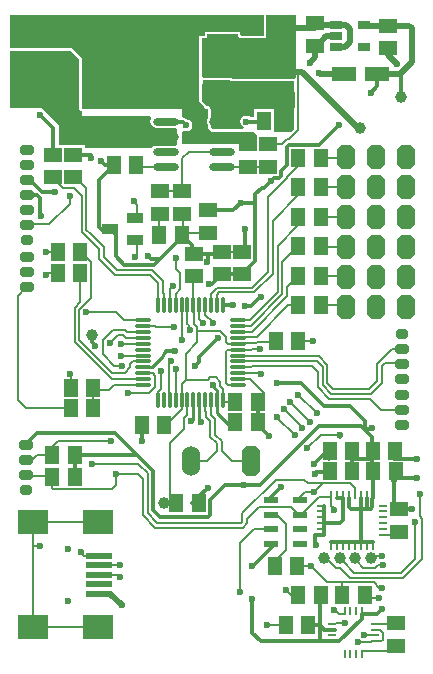
<source format=gtl>
%FSLAX25Y25*%
%MOIN*%
G70*
G01*
G75*
G04 Layer_Physical_Order=1*
G04 Layer_Color=255*
%ADD10R,0.05118X0.02165*%
%ADD11R,0.00984X0.02756*%
%ADD12R,0.02756X0.00984*%
%ADD13R,0.02756X0.01000*%
%ADD14R,0.01000X0.02756*%
%ADD15O,0.01102X0.05906*%
%ADD16O,0.05906X0.01102*%
%ADD17R,0.04331X0.02559*%
%ADD18O,0.08661X0.02362*%
%ADD19C,0.03937*%
%ADD20R,0.05118X0.05906*%
%ADD21R,0.05906X0.05118*%
%ADD22R,0.16535X0.05512*%
%ADD23R,0.09843X0.07874*%
%ADD24R,0.09055X0.01969*%
%ADD25R,0.05512X0.03543*%
%ADD26R,0.05118X0.06299*%
%ADD27R,0.07874X0.07874*%
%ADD28R,0.10630X0.06299*%
%ADD29R,0.07874X0.04724*%
%ADD30R,0.10236X0.08661*%
%ADD31C,0.00800*%
%ADD32C,0.01200*%
%ADD33C,0.01181*%
%ADD34C,0.01969*%
%ADD35C,0.01000*%
%ADD36C,0.00787*%
%ADD37C,0.02000*%
%ADD38O,0.06000X0.10000*%
G04:AMPARAMS|DCode=39|XSize=100mil|YSize=60mil|CornerRadius=0mil|HoleSize=0mil|Usage=FLASHONLY|Rotation=270.000|XOffset=0mil|YOffset=0mil|HoleType=Round|Shape=Octagon|*
%AMOCTAGOND39*
4,1,8,-0.01500,-0.05000,0.01500,-0.05000,0.03000,-0.03500,0.03000,0.03500,0.01500,0.05000,-0.01500,0.05000,-0.03000,0.03500,-0.03000,-0.03500,-0.01500,-0.05000,0.0*
%
%ADD39OCTAGOND39*%

G04:AMPARAMS|DCode=40|XSize=80mil|YSize=60mil|CornerRadius=0mil|HoleSize=0mil|Usage=FLASHONLY|Rotation=0.000|XOffset=0mil|YOffset=0mil|HoleType=Round|Shape=Octagon|*
%AMOCTAGOND40*
4,1,8,0.04000,-0.01500,0.04000,0.01500,0.02500,0.03000,-0.02500,0.03000,-0.04000,0.01500,-0.04000,-0.01500,-0.02500,-0.03000,0.02500,-0.03000,0.04000,-0.01500,0.0*
%
%ADD40OCTAGOND40*%

G04:AMPARAMS|DCode=41|XSize=31.5mil|YSize=39.37mil|CornerRadius=0mil|HoleSize=0mil|Usage=FLASHONLY|Rotation=90.000|XOffset=0mil|YOffset=0mil|HoleType=Round|Shape=Octagon|*
%AMOCTAGOND41*
4,1,8,-0.01969,-0.00787,-0.01969,0.00787,-0.01181,0.01575,0.01181,0.01575,0.01969,0.00787,0.01969,-0.00787,0.01181,-0.01575,-0.01181,-0.01575,-0.01969,-0.00787,0.0*
%
%ADD41OCTAGOND41*%

G04:AMPARAMS|DCode=42|XSize=35.43mil|YSize=47.24mil|CornerRadius=0mil|HoleSize=0mil|Usage=FLASHONLY|Rotation=90.000|XOffset=0mil|YOffset=0mil|HoleType=Round|Shape=Octagon|*
%AMOCTAGOND42*
4,1,8,-0.02362,-0.00886,-0.02362,0.00886,-0.01476,0.01772,0.01476,0.01772,0.02362,0.00886,0.02362,-0.00886,0.01476,-0.01772,-0.01476,-0.01772,-0.02362,-0.00886,0.0*
%
%ADD42OCTAGOND42*%

G04:AMPARAMS|DCode=43|XSize=80mil|YSize=60mil|CornerRadius=0mil|HoleSize=0mil|Usage=FLASHONLY|Rotation=90.000|XOffset=0mil|YOffset=0mil|HoleType=Round|Shape=Octagon|*
%AMOCTAGOND43*
4,1,8,0.01500,0.04000,-0.01500,0.04000,-0.03000,0.02500,-0.03000,-0.02500,-0.01500,-0.04000,0.01500,-0.04000,0.03000,-0.02500,0.03000,0.02500,0.01500,0.04000,0.0*
%
%ADD43OCTAGOND43*%

%ADD44C,0.02362*%
G36*
X463866Y376817D02*
X464173Y376756D01*
X485016D01*
Y360836D01*
X483825Y359646D01*
X478150D01*
Y359842D01*
X478150D01*
Y367323D01*
X471457D01*
Y364604D01*
X470517D01*
X470514Y364608D01*
X469863Y365043D01*
X469095Y365196D01*
X468326Y365043D01*
X467675Y364608D01*
X467240Y363957D01*
X467087Y363189D01*
X467240Y362421D01*
X467675Y361770D01*
X468185Y361429D01*
X467948Y360645D01*
X457813D01*
X457102Y361356D01*
Y362022D01*
X457087Y362100D01*
Y362179D01*
X457056Y362252D01*
X457041Y362330D01*
X456997Y362395D01*
X456967Y362468D01*
X456776Y362754D01*
X456685Y363209D01*
X456776Y363664D01*
X456967Y363949D01*
X456997Y364022D01*
X457041Y364088D01*
X457056Y364165D01*
X457087Y364238D01*
Y364317D01*
X457102Y364395D01*
Y367520D01*
X457041Y367827D01*
X456867Y368087D01*
X456606Y368261D01*
X456299Y368322D01*
X456041D01*
X455489Y368875D01*
X455371Y368954D01*
X455292Y369072D01*
X455292Y369072D01*
X454149Y370214D01*
Y374062D01*
X454724Y376953D01*
X463663D01*
X463866Y376817D01*
D02*
G37*
G36*
X413370Y383919D02*
Y367520D01*
X413432Y367213D01*
X413605Y366952D01*
X413866Y366778D01*
X414173Y366717D01*
Y365158D01*
X437042D01*
X437429Y364435D01*
X437122Y363977D01*
X436969Y363209D01*
X437122Y362441D01*
X437557Y361789D01*
X438208Y361354D01*
X438976Y361202D01*
X445276D01*
X445430Y361232D01*
X446063Y360713D01*
Y355704D01*
X445430Y355185D01*
X445276Y355216D01*
X438976D01*
X438208Y355063D01*
X437557Y354628D01*
X437359Y354331D01*
X415158D01*
Y355512D01*
X406693D01*
Y362008D01*
X400984Y367717D01*
X390374D01*
Y386796D01*
X410494D01*
X413370Y383919D01*
D02*
G37*
G36*
X474803Y391811D02*
X474790Y391745D01*
X474724Y391732D01*
X467587D01*
X467514Y391747D01*
X467452Y391788D01*
X466985Y392255D01*
X466944Y392317D01*
X466929Y392390D01*
Y393110D01*
X455118D01*
Y392307D01*
Y391811D01*
X455105Y391745D01*
X455039Y391732D01*
X453346D01*
Y390929D01*
Y378331D01*
Y374062D01*
Y370214D01*
Y369882D01*
X453582Y369647D01*
X454669Y368560D01*
X454703Y368508D01*
X454724Y368487D01*
Y368307D01*
X454904D01*
X454925Y368286D01*
X454977Y368251D01*
X455709Y367520D01*
X456220D01*
X456286Y367507D01*
X456299Y367441D01*
Y364474D01*
Y364395D01*
D01*
X456140Y364156D01*
X456108Y364109D01*
X456108Y364109D01*
X456108Y364109D01*
X456020Y363977D01*
X455989Y363820D01*
X455989Y363820D01*
Y363820D01*
X455989Y363820D01*
X455898Y363365D01*
Y363365D01*
X455867Y363209D01*
X455898Y363052D01*
Y363052D01*
X455989Y362597D01*
X455989Y362597D01*
Y362597D01*
X455989Y362597D01*
X456020Y362441D01*
X456108Y362308D01*
X456108Y362308D01*
X456108Y362308D01*
X456165Y362223D01*
X456299Y362022D01*
X456299Y362022D01*
Y361943D01*
Y361356D01*
Y361024D01*
X456534Y360788D01*
X457245Y360078D01*
X457245Y360078D01*
X457245Y360078D01*
X457480Y359842D01*
X471457D01*
X472441Y358858D01*
Y355709D01*
X447441D01*
Y359824D01*
X448163Y360210D01*
X448248Y360154D01*
X449016Y360001D01*
X449784Y360154D01*
X450435Y360589D01*
X450870Y361240D01*
X451023Y362008D01*
X450870Y362776D01*
X450435Y363427D01*
X449784Y363862D01*
X449016Y364015D01*
X449010Y364014D01*
X448815Y364209D01*
X448356Y364516D01*
X447815Y364623D01*
X447441D01*
Y367520D01*
X414252D01*
X414186Y367533D01*
X414173Y367599D01*
Y383919D01*
Y384252D01*
X410827Y387598D01*
X390374D01*
Y398603D01*
X474803D01*
Y391811D01*
D02*
G37*
G36*
X485433Y377953D02*
X485039Y377559D01*
X464173D01*
Y377756D01*
X454724D01*
D01*
X454724D01*
X454149Y378331D01*
Y390929D01*
X455118D01*
X455425Y390991D01*
X455686Y391165D01*
X455860Y391425D01*
X455921Y391732D01*
Y392307D01*
X466127D01*
X466187Y392004D01*
X466257Y391900D01*
X466361Y391744D01*
X466362Y391744D01*
X466940Y391165D01*
X466940Y391165D01*
X467201Y390991D01*
X467508Y390930D01*
X474803D01*
X475110Y390991D01*
X475371Y391165D01*
X475545Y391425D01*
X475606Y391732D01*
Y398603D01*
X485433D01*
Y377953D01*
D02*
G37*
D10*
X486811Y222342D02*
D03*
Y227264D02*
D03*
Y232185D02*
D03*
Y237106D02*
D03*
X477362Y222342D02*
D03*
Y227264D02*
D03*
Y232185D02*
D03*
Y237106D02*
D03*
D11*
X501772Y200000D02*
D03*
X503740D02*
D03*
X505709D02*
D03*
X507677D02*
D03*
Y185827D02*
D03*
X505709D02*
D03*
X503740D02*
D03*
X501772D02*
D03*
D12*
X511811Y195866D02*
D03*
Y193898D02*
D03*
Y191929D02*
D03*
Y189961D02*
D03*
X497638D02*
D03*
Y191929D02*
D03*
Y193898D02*
D03*
Y195866D02*
D03*
D13*
X493898Y235215D02*
D03*
Y233315D02*
D03*
Y231315D02*
D03*
Y229315D02*
D03*
Y227315D02*
D03*
Y225415D02*
D03*
X514764D02*
D03*
Y227315D02*
D03*
Y229315D02*
D03*
Y231315D02*
D03*
Y233315D02*
D03*
Y235215D02*
D03*
D14*
X497431Y221850D02*
D03*
X499431D02*
D03*
X501331D02*
D03*
X503331D02*
D03*
X505331D02*
D03*
X507331D02*
D03*
X509231D02*
D03*
X511231D02*
D03*
Y238779D02*
D03*
X509231D02*
D03*
X507331D02*
D03*
X505331D02*
D03*
X503331D02*
D03*
X501331D02*
D03*
X499431D02*
D03*
X497431D02*
D03*
D15*
X461221Y270276D02*
D03*
X459252D02*
D03*
X457283D02*
D03*
X455315D02*
D03*
X453346D02*
D03*
X451378D02*
D03*
X449409D02*
D03*
X447441D02*
D03*
X445472D02*
D03*
X443504D02*
D03*
X441535D02*
D03*
X439567D02*
D03*
Y302165D02*
D03*
X441535D02*
D03*
X443504D02*
D03*
X445472D02*
D03*
X447441D02*
D03*
X449409D02*
D03*
X451378D02*
D03*
X453346D02*
D03*
X455315D02*
D03*
X457283D02*
D03*
X459252D02*
D03*
X461221D02*
D03*
D16*
X434449Y275394D02*
D03*
Y277362D02*
D03*
Y279331D02*
D03*
Y281299D02*
D03*
Y283268D02*
D03*
Y285236D02*
D03*
Y287205D02*
D03*
Y289173D02*
D03*
Y291142D02*
D03*
Y293110D02*
D03*
Y295079D02*
D03*
Y297047D02*
D03*
X466339D02*
D03*
Y295079D02*
D03*
Y293110D02*
D03*
Y291142D02*
D03*
Y289173D02*
D03*
Y287205D02*
D03*
Y285236D02*
D03*
Y283268D02*
D03*
Y281299D02*
D03*
Y279331D02*
D03*
Y277362D02*
D03*
Y275394D02*
D03*
D17*
X508268Y395472D02*
D03*
Y387992D02*
D03*
X498819D02*
D03*
Y391732D02*
D03*
Y395472D02*
D03*
D18*
X461024Y348209D02*
D03*
Y353209D02*
D03*
Y358209D02*
D03*
Y363209D02*
D03*
X442126Y348209D02*
D03*
Y353209D02*
D03*
Y358209D02*
D03*
Y363209D02*
D03*
D19*
X417717Y291929D02*
D03*
X441535Y236221D02*
D03*
X520472Y371457D02*
D03*
X406102Y396260D02*
D03*
X510630Y217717D02*
D03*
X494882D02*
D03*
X505381D02*
D03*
X500131D02*
D03*
X506890Y361221D02*
D03*
D20*
X453150Y236024D02*
D03*
X445669D02*
D03*
X486417Y331496D02*
D03*
X493898D02*
D03*
X486417Y321654D02*
D03*
X493898D02*
D03*
X486417Y311811D02*
D03*
X493898D02*
D03*
X486417Y301969D02*
D03*
X493898D02*
D03*
X486417Y341339D02*
D03*
X493898D02*
D03*
X486417Y351181D02*
D03*
X493898D02*
D03*
X404331Y252165D02*
D03*
X411811D02*
D03*
X404331Y244882D02*
D03*
X411811D02*
D03*
X439961Y325590D02*
D03*
X447441D02*
D03*
X417913Y274410D02*
D03*
X410433D02*
D03*
X410433Y267717D02*
D03*
X417913D02*
D03*
X508465Y205512D02*
D03*
X500984D02*
D03*
X478543Y214961D02*
D03*
X486024D02*
D03*
X493898Y205512D02*
D03*
X486417D02*
D03*
X489764Y195276D02*
D03*
X482283D02*
D03*
X504331Y253346D02*
D03*
X496850D02*
D03*
X504331Y246850D02*
D03*
X496850D02*
D03*
X511417D02*
D03*
X518898D02*
D03*
X511221Y253346D02*
D03*
X518701D02*
D03*
X441732Y262205D02*
D03*
X434252D02*
D03*
X478937Y290158D02*
D03*
X486417D02*
D03*
X465354Y269685D02*
D03*
X472835D02*
D03*
X432283Y348622D02*
D03*
X424803D02*
D03*
X478937Y395472D02*
D03*
X471457D02*
D03*
X465354Y262992D02*
D03*
X472835D02*
D03*
X482283Y363583D02*
D03*
X474803D02*
D03*
D21*
X469488Y348228D02*
D03*
Y355709D02*
D03*
X476378D02*
D03*
Y348228D02*
D03*
X411417Y352165D02*
D03*
Y344685D02*
D03*
X404724Y352165D02*
D03*
Y344685D02*
D03*
X518898Y196063D02*
D03*
Y188583D02*
D03*
X520079Y226575D02*
D03*
Y234055D02*
D03*
X456299Y326181D02*
D03*
Y333661D02*
D03*
X447638Y339961D02*
D03*
Y332480D02*
D03*
X440158Y339961D02*
D03*
Y332480D02*
D03*
X451575Y311614D02*
D03*
Y319094D02*
D03*
X516339Y395079D02*
D03*
Y387598D02*
D03*
X491929Y396063D02*
D03*
Y388583D02*
D03*
X461024Y312402D02*
D03*
Y319882D02*
D03*
X467717Y312402D02*
D03*
Y319882D02*
D03*
D22*
X476772Y385039D02*
D03*
Y370472D02*
D03*
D23*
X419488Y194685D02*
D03*
Y229724D02*
D03*
X397835D02*
D03*
Y194685D02*
D03*
D24*
X419882Y205906D02*
D03*
Y209055D02*
D03*
Y212205D02*
D03*
Y215354D02*
D03*
Y218504D02*
D03*
D25*
X423622Y327362D02*
D03*
X431890Y323622D02*
D03*
Y331102D02*
D03*
D26*
X413583Y312692D02*
D03*
X406102D02*
D03*
X413583Y319779D02*
D03*
X406102D02*
D03*
D27*
X442913Y373031D02*
D03*
X459449D02*
D03*
D28*
X430512Y360433D02*
D03*
Y371457D02*
D03*
X419488Y360433D02*
D03*
Y371457D02*
D03*
D29*
X501575Y379134D02*
D03*
X512598D02*
D03*
D30*
X461024Y387992D02*
D03*
X441339D02*
D03*
D31*
X448313Y260898D02*
Y264367D01*
X443504Y256090D02*
X448313Y260898D01*
X443504Y236024D02*
Y256090D01*
X467704Y229921D02*
Y232769D01*
X410236Y335827D02*
Y338976D01*
X403386Y328976D02*
X410236Y335827D01*
X478839Y243904D02*
X488379D01*
X467704Y232769D02*
X478839Y243904D01*
X426378Y292126D02*
X427953D01*
X423622Y289370D02*
X426378Y292126D01*
X427953D02*
X428937Y291142D01*
X421253Y285637D02*
Y290351D01*
X493898Y321654D02*
X494055Y321496D01*
X490551Y214961D02*
X495860Y209652D01*
X425000Y281890D02*
X428346D01*
X421253Y285637D02*
X425000Y281890D01*
X447441Y298701D02*
X447638Y298504D01*
Y290354D02*
Y298504D01*
X453346Y297441D02*
X453937Y296850D01*
X487203Y261614D02*
X487992D01*
X481495Y267322D02*
X487203Y261614D01*
X448313Y264367D02*
X449409Y265464D01*
X447441Y267384D02*
Y270276D01*
X442262Y262205D02*
X447441Y267384D01*
X441732Y262205D02*
X442262D01*
X449409Y265464D02*
Y270276D01*
X455696Y264869D02*
X457074Y263492D01*
X455696Y264869D02*
Y266351D01*
X457283Y265527D02*
X458661Y264149D01*
X457283Y265527D02*
Y270276D01*
X458661Y258858D02*
Y264149D01*
Y258858D02*
X460827Y256693D01*
Y253543D02*
Y256693D01*
X455315Y266732D02*
X455696Y266351D01*
X455315Y266732D02*
Y270276D01*
X457074Y258201D02*
Y263492D01*
Y258201D02*
X459239Y256035D01*
Y253543D02*
Y256035D01*
X455893Y250197D02*
X459239Y253543D01*
X450433Y250197D02*
X455893D01*
X464173D02*
X470433D01*
X460827Y253543D02*
X464173Y250197D01*
X461221Y270276D02*
X461811Y269685D01*
X465354D01*
X479330Y264568D02*
X485236Y258661D01*
X479330Y264568D02*
Y264763D01*
X487598Y261221D02*
X487992Y261614D01*
X493869Y258830D02*
X499438D01*
X489370Y254331D02*
X493869Y258830D01*
X483661Y269882D02*
X490354Y263189D01*
X492520Y265945D02*
X492520D01*
X486417Y272047D02*
X492520Y265945D01*
X486417Y272047D02*
Y272047D01*
X483201Y357309D02*
X486227Y360335D01*
X482543Y357309D02*
X483201D01*
X486227Y360335D02*
Y379915D01*
X480943Y355709D02*
X482543Y357309D01*
X513294Y207874D02*
X514172D01*
X482087Y195472D02*
X482283Y195276D01*
X475984Y195472D02*
X482087D01*
X459271Y307893D02*
X462598D01*
X457283Y305906D02*
X459271Y307893D01*
X457283Y302165D02*
Y305906D01*
X460046Y306306D02*
X461940D01*
X459252Y305512D02*
X460046Y306306D01*
X459252Y302165D02*
Y305512D01*
X461946Y306299D02*
X471654D01*
X461940Y306306D02*
X461946Y306299D01*
X462604Y307887D02*
X470996D01*
X462598Y307893D02*
X462604Y307887D01*
X470996D02*
X476321Y313212D01*
X471654Y306299D02*
X477909Y312554D01*
X455315Y298822D02*
X457874Y296263D01*
Y296063D02*
Y296263D01*
X453346Y297441D02*
Y302165D01*
X455315Y298822D02*
Y302165D01*
X462795Y289173D02*
X466339D01*
X462198Y289770D02*
X462795Y289173D01*
X462198Y289770D02*
Y291543D01*
X462992Y275394D02*
X466339D01*
X462198Y276187D02*
X462992Y275394D01*
X462198Y276187D02*
Y286608D01*
X440590Y274190D02*
Y279960D01*
X439567Y273167D02*
X440590Y274190D01*
X438589Y274674D02*
Y278537D01*
X436638Y272722D02*
X438589Y274674D01*
X429724Y272638D02*
X436553D01*
X439567Y270276D02*
Y273167D01*
X434449Y279331D02*
X437795D01*
X443301Y270479D02*
Y283065D01*
X443779Y283543D01*
X437795Y279331D02*
X438589Y278537D01*
X431102Y283268D02*
X434449D01*
X430309Y282474D02*
X431102Y283268D01*
X430309Y281290D02*
Y282474D01*
X445472Y314204D02*
Y317126D01*
X437684Y313773D02*
X441345Y310113D01*
X425873Y313773D02*
X437684D01*
X437027Y312186D02*
X439757Y309455D01*
X425216Y312186D02*
X437027D01*
X420008Y317394D02*
X425216Y312186D01*
X421595Y318052D02*
X425873Y313773D01*
X432283Y348622D02*
X432697Y348209D01*
X442126D01*
X449862Y353209D02*
X461024D01*
X447644Y350991D02*
X449862Y353209D01*
X447644Y339967D02*
Y350991D01*
X447638Y339961D02*
X447644Y339967D01*
X469488Y348228D02*
X476378D01*
X469468Y348209D02*
X469488Y348228D01*
X461024Y348209D02*
X469468D01*
X491339Y239902D02*
X491732D01*
X521241Y211239D02*
X527565Y217564D01*
X525197Y217440D02*
Y229921D01*
X510630Y218540D02*
X514137D01*
X440158Y339961D02*
X447638D01*
X396063Y328976D02*
X403386D01*
X439961Y332283D02*
X440158Y332480D01*
X439961Y325590D02*
Y332283D01*
X392913Y270472D02*
X395669Y267717D01*
X410433D01*
X473621Y279528D02*
X474015Y279133D01*
X472835Y279528D02*
X473621D01*
X471971Y283458D02*
X471983Y283446D01*
X470268Y283458D02*
X471971D01*
X472638Y279331D02*
X472835Y279528D01*
X466339Y279331D02*
X472638D01*
X462795Y287205D02*
X466339D01*
X462198Y286608D02*
X462795Y287205D01*
X466339Y289173D02*
X466535Y289370D01*
X466339Y291142D02*
X466554Y291357D01*
X466535Y287008D02*
X470472D01*
X466339Y287205D02*
X466535Y287008D01*
X470472D02*
X470866Y287402D01*
X478550Y289770D02*
X478937Y290158D01*
X470866Y287402D02*
X473622D01*
X471313Y281871D02*
X471326Y281858D01*
X471241Y281871D02*
X471313D01*
X466339Y281299D02*
X470669D01*
X471241Y281871D01*
X470078Y285236D02*
X470268Y285046D01*
X466339Y285236D02*
X470078D01*
Y283268D02*
X470268Y283458D01*
X492520D02*
X494488Y281490D01*
X493177Y285046D02*
X496076Y282147D01*
X490939Y281871D02*
X492901Y279909D01*
Y274669D02*
Y279909D01*
Y274669D02*
X496729Y270841D01*
X510261D01*
X514055Y267047D01*
X520866D01*
X515237Y282677D02*
X520866D01*
X514186Y281626D02*
X515237Y282677D01*
X517717Y287402D02*
X520866D01*
X512598Y282283D02*
X517717Y287402D01*
X413583Y303035D02*
Y312692D01*
X411792Y301245D02*
X413583Y303035D01*
Y319779D02*
X413884D01*
X413379Y300587D02*
X417329Y304537D01*
X421253Y290351D02*
X424615Y293713D01*
X428346Y281889D02*
X428346Y281890D01*
X427165Y288976D02*
X434251D01*
X428539Y279521D02*
X430309Y281290D01*
X427558Y281889D02*
X428346D01*
X428937Y291142D02*
X434449D01*
X424615Y293713D02*
X428610D01*
X429213Y293110D01*
X434449D01*
X427362Y285236D02*
X434449D01*
X413779Y219685D02*
X414961Y218504D01*
X419882D01*
X423621Y289370D02*
X423622D01*
X417717Y273819D02*
X417913Y273622D01*
Y267717D02*
Y273622D01*
X417717Y273819D02*
X423425D01*
X425000Y275394D01*
X434449D01*
X486614Y237795D02*
X488721Y239902D01*
X486614Y237008D02*
Y237795D01*
X484055Y234646D02*
X486614Y232087D01*
X469291Y229264D02*
Y230709D01*
X479331Y232087D02*
X482283Y229134D01*
Y220472D02*
Y229134D01*
X478346Y232087D02*
X479331D01*
X478543Y216732D02*
X482283Y220472D01*
X478543Y214961D02*
Y216732D01*
X450787Y311614D02*
X451378Y311024D01*
Y302165D02*
Y311024D01*
X427165Y288976D02*
Y289765D01*
X434251Y288976D02*
X434449Y289173D01*
X428150Y297047D02*
X434449D01*
X425591Y299606D02*
X428150Y297047D01*
X415748Y299606D02*
X425591D01*
X445472Y270276D02*
X445669Y270472D01*
Y280709D01*
X443301Y270479D02*
X443504Y270276D01*
X514186Y276114D02*
Y281626D01*
X510500Y272428D02*
X514186Y276114D01*
X497387Y272428D02*
X510500D01*
X494488Y275327D02*
Y281490D01*
Y275327D02*
X497387Y272428D01*
X512598Y276772D02*
Y282283D01*
X509842Y274016D02*
X512598Y276772D01*
X498044Y274016D02*
X509842D01*
X496076Y275984D02*
X498044Y274016D01*
X496076Y275984D02*
Y282147D01*
X466339Y283268D02*
X470078D01*
X501732Y301969D02*
X502205Y301496D01*
X493898Y301969D02*
X501732D01*
X501890Y311811D02*
X502205Y311496D01*
X493898Y311811D02*
X501890D01*
X494055Y321496D02*
X502205D01*
X493898Y331496D02*
X502205D01*
X502047Y341339D02*
X502205Y341496D01*
X493898Y341339D02*
X502047D01*
X501890Y351181D02*
X502205Y351496D01*
X493898Y351181D02*
X501890D01*
X419882Y212205D02*
X425984D01*
X426772Y211417D01*
X419882Y215354D02*
X419882Y215354D01*
X426772D01*
X448819Y277165D02*
Y285827D01*
X447441Y270276D02*
Y275787D01*
X448819Y277165D01*
X483070Y301969D02*
X486417D01*
X411792Y289699D02*
X424128Y277362D01*
X413379Y290356D02*
X424215Y279521D01*
X413379Y290356D02*
Y300587D01*
X424215Y279521D02*
X428539D01*
X411792Y289699D02*
Y301245D01*
X424128Y277362D02*
X434449D01*
X413884Y319779D02*
X417329Y316334D01*
Y304537D02*
Y316334D01*
X421595Y318052D02*
Y321319D01*
X419291Y323622D02*
X421595Y321319D01*
X420008Y317394D02*
Y320661D01*
X417329Y323339D02*
X420008Y320661D01*
X417329Y323339D02*
Y323420D01*
X416634Y324116D02*
X417329Y323420D01*
X416553Y324116D02*
X416634D01*
X414161Y326508D02*
X416553Y324116D01*
X417210Y325703D02*
X417291D01*
X415748Y327165D02*
X417210Y325703D01*
X419291Y323622D02*
Y323703D01*
X417291Y325703D02*
X419291Y323703D01*
X441535Y302165D02*
Y305905D01*
X441345Y306095D02*
X441535Y305905D01*
X441345Y306095D02*
Y310113D01*
X439567Y302165D02*
Y305905D01*
X439757Y306095D01*
Y309455D01*
X414161Y326508D02*
Y338402D01*
X411624Y340939D02*
X414161Y338402D01*
X404724Y344187D02*
X407973Y340939D01*
X411624D01*
X404724Y344187D02*
Y344685D01*
X415748Y327165D02*
Y340945D01*
X412008Y344685D02*
X415748Y340945D01*
X411417Y344685D02*
X412008D01*
X432677Y318898D02*
Y323031D01*
X431890Y318110D02*
X432677Y318898D01*
Y330512D02*
Y335433D01*
X431496Y336614D02*
X432677Y335433D01*
X482671Y304991D02*
Y308065D01*
X486417Y311811D01*
X481083Y305648D02*
Y316320D01*
X486417Y321654D01*
X479496Y306306D02*
Y321923D01*
X486417Y328845D01*
Y331496D01*
X477909Y312554D02*
Y330178D01*
X486417Y338687D01*
Y341339D01*
X461221Y270276D02*
Y274009D01*
X460267Y274962D02*
X461221Y274009D01*
X448819Y277165D02*
X456099D01*
X456892Y277958D01*
X458854D01*
X460267Y276546D01*
Y274962D02*
Y276546D01*
X513631Y225415D02*
X518919D01*
X520079Y226575D01*
X432941Y249213D02*
X436221Y245933D01*
Y239176D02*
Y245933D01*
X436213Y239169D02*
X436221Y239176D01*
X434626Y232027D02*
Y239827D01*
X434633Y239834D01*
X436213Y232684D02*
Y239169D01*
X438738Y227915D02*
X467943D01*
X436213Y232684D02*
X439395Y229502D01*
X467943Y227915D02*
X469291Y229264D01*
X434626Y232027D02*
X438738Y227915D01*
X439395Y229502D02*
X467285D01*
X467704Y229921D01*
X424209Y249206D02*
X424216Y249213D01*
X432941D01*
X417717D02*
X417723Y249206D01*
X424209D01*
X445668Y318110D02*
X445670D01*
X446063Y317717D01*
X445472Y317126D02*
X446063Y317717D01*
X498424Y200786D02*
X498425Y200787D01*
X498424Y200393D02*
Y200786D01*
X497431Y235215D02*
X498099Y234546D01*
X498524Y195866D02*
X498819Y196161D01*
X500098Y199114D02*
X501772D01*
X498819Y196161D02*
X501869D01*
X501967Y196063D01*
X488721Y239902D02*
X491339D01*
X451378Y302165D02*
X451569Y301975D01*
X447441Y298701D02*
Y301575D01*
X448819Y285827D02*
X452756Y289764D01*
Y293307D01*
X458461D02*
X458467Y293313D01*
X452756Y293307D02*
X458461D01*
X460429Y293313D02*
X462198Y291543D01*
X458467Y293313D02*
X460429D01*
X445668Y317716D02*
Y318110D01*
X397835Y194685D02*
X419488D01*
X397835Y229724D02*
X419488D01*
X397835Y221654D02*
X400394D01*
X397835Y194685D02*
Y221654D01*
Y229724D01*
X483858Y205512D02*
X486417D01*
X482283Y207087D02*
X483858Y205512D01*
X486024Y214961D02*
X490551D01*
X466929Y206299D02*
Y222638D01*
X429809Y272722D02*
X429921Y272835D01*
X410433Y274410D02*
Y278937D01*
X410236Y279134D02*
X410433Y278937D01*
X466339Y277362D02*
X470276D01*
X475000Y272638D01*
X486417Y290158D02*
X491339D01*
X461024Y319882D02*
X467717D01*
X448032Y326181D02*
X454331D01*
X448032D02*
Y332087D01*
X447638Y332480D02*
X448032Y332087D01*
X527565Y217564D02*
Y230902D01*
X526772Y231696D02*
X527565Y230902D01*
X526772Y231696D02*
Y233265D01*
X526778Y233271D01*
X526772Y238976D02*
X526778Y238970D01*
Y233271D02*
Y238970D01*
X425591Y245669D02*
X433071D01*
X434633Y244107D01*
Y239834D02*
Y244107D01*
X508463Y191929D02*
X510925D01*
X507677Y186713D02*
X520472D01*
X508267Y192126D02*
X508463Y191929D01*
X510925Y195866D02*
X518504D01*
X518504Y195866D01*
X519291D01*
X509646Y204331D02*
X513386D01*
X508465Y205512D02*
X509646Y204331D01*
X500984Y205512D02*
Y209652D01*
X486417Y348530D02*
Y351181D01*
X476378Y355709D02*
X480943D01*
X486221Y379921D02*
X486227Y379915D01*
X482506Y344354D02*
Y344618D01*
X486417Y348530D01*
X476321Y313212D02*
Y338170D01*
X482506Y344354D01*
X451569Y295869D02*
Y301975D01*
X449409Y295866D02*
Y300295D01*
Y295866D02*
X449981Y295294D01*
Y294113D02*
Y295294D01*
Y294113D02*
X450394Y293701D01*
X450387D02*
X450394D01*
X451569Y295869D02*
X452756Y294682D01*
Y293307D02*
Y294682D01*
X466339Y297047D02*
X470238D01*
X479496Y306306D01*
X466339Y295079D02*
X470514D01*
X481083Y305648D01*
X466339Y293110D02*
X470791D01*
X482671Y304991D01*
X466554Y291357D02*
X472459D01*
X483070Y301969D01*
X466535Y289370D02*
X472241D01*
X472641Y289770D01*
X478550D01*
X470268Y285046D02*
X472628D01*
X472641Y285033D01*
X474603D01*
X474616Y285046D01*
X493177D01*
X471983Y283446D02*
X475261D01*
X475273Y283458D01*
X492520D01*
X471326Y281858D02*
X475918D01*
X475931Y281871D01*
X490939D01*
X404331Y240945D02*
Y244882D01*
Y240945D02*
X404534Y240742D01*
X424403D01*
X425591Y241929D01*
Y245669D01*
X394882Y250118D02*
X397165D01*
X399213Y252165D01*
X404331D01*
X394882Y245118D02*
X404095D01*
X404331Y244882D01*
Y252165D02*
Y254921D01*
X406102Y256693D01*
X424016D01*
X498425Y200787D02*
X500098Y199114D01*
X512795Y215354D02*
X514567D01*
X501181Y216732D02*
X505087Y212827D01*
X511516Y209652D02*
X513294Y207874D01*
X505905Y216732D02*
X508077Y214561D01*
X512002D01*
X512795Y215354D01*
X520583Y212827D02*
X525197Y217440D01*
X505087Y212827D02*
X520583D01*
X495860Y209652D02*
X511516D01*
X503524Y211239D02*
X521241D01*
X500203Y214561D02*
X503524Y211239D01*
X498824Y214561D02*
X500203D01*
X495668Y217717D02*
X498824Y214561D01*
X494882Y217717D02*
X495668D01*
X503756Y242701D02*
X505331Y241126D01*
X503394Y242701D02*
X503756D01*
X503384Y242710D02*
X503394Y242701D01*
X494540Y242710D02*
X503384D01*
X505331Y238779D02*
Y241126D01*
Y237615D02*
Y238779D01*
X491732Y239902D02*
X494540Y242710D01*
X491339Y239902D02*
Y240158D01*
X492082Y236902D02*
X493172Y237992D01*
X497431D01*
Y235215D02*
Y237992D01*
X486614Y232087D02*
X487266D01*
X491332Y236153D01*
Y236207D01*
X492028Y236902D01*
X492082D01*
X499438Y258830D02*
X500394Y257874D01*
X438779Y294882D02*
X444882D01*
X434449Y295079D02*
X438583D01*
X438779Y294882D01*
X443504Y302165D02*
Y307283D01*
X444685Y308465D01*
X445472Y302165D02*
Y305902D01*
X447053Y307484D01*
Y312623D01*
X445472Y314204D02*
X447053Y312623D01*
X469291Y230709D02*
X473228Y234646D01*
X473422D01*
X473428Y234639D01*
X475390D01*
X475397Y234646D01*
X484055D01*
X466929Y222638D02*
X471555Y227264D01*
X477362D01*
X489573Y242710D02*
X494540D01*
X488379Y243904D02*
X489573Y242710D01*
X392913Y270472D02*
Y305118D01*
X396063Y308268D01*
X476378Y355709D02*
X477953Y357283D01*
D32*
X450984Y236024D02*
X456102Y241142D01*
X400394Y332677D02*
Y337598D01*
X399222Y338770D02*
X400394Y337598D01*
X507588Y199114D02*
X512500D01*
X396269Y338770D02*
X399222D01*
X434252Y256693D02*
X434252Y256693D01*
Y262205D01*
X476575Y258268D02*
X476575D01*
X472835Y262008D02*
X476575Y258268D01*
X472835Y262008D02*
Y269685D01*
X473533Y242126D02*
X493227Y261820D01*
X507274D01*
X494882Y268317D02*
X503534D01*
X487214Y275984D02*
X494882Y268317D01*
X507274Y261820D02*
X511024Y258071D01*
X479331Y275984D02*
X487214D01*
X462008Y242126D02*
X468110D01*
X457096Y237214D02*
X462008Y242126D01*
X489764Y195276D02*
X493504D01*
X497638Y193898D02*
X498524D01*
X494882D02*
X497638D01*
X473819Y189961D02*
X493504D01*
Y195276D01*
X461024Y312402D02*
X467717D01*
X442126Y286614D02*
X445276D01*
X411417Y352165D02*
X417126D01*
X475000Y341142D02*
X477165Y343307D01*
X474213Y341142D02*
X475000D01*
X472047Y338976D02*
X474213Y341142D01*
X512598Y375000D02*
Y379134D01*
X510433Y372835D02*
X512598Y375000D01*
X474409Y363189D02*
X474803Y363583D01*
X469095Y363189D02*
X474409D01*
X447815Y363209D02*
X449016Y362008D01*
X442126Y363209D02*
X447815D01*
X454331Y333661D02*
X464764D01*
X467323Y336221D01*
X467717Y312408D02*
X472057Y316748D01*
X467323Y336221D02*
X472057D01*
Y316748D02*
Y336221D01*
Y338967D01*
X472047Y338976D02*
X472057Y338967D01*
X511062Y237446D02*
X511231Y237615D01*
X510630Y234252D02*
X511062Y234684D01*
Y237446D01*
X461221Y302165D02*
X464764D01*
X417717Y289764D02*
Y290945D01*
X418897Y288582D02*
X418898Y288583D01*
X418503Y288582D02*
X418897D01*
X417717Y289764D02*
X418898Y288583D01*
X467717Y312402D02*
Y312408D01*
X507331Y223015D02*
X511231D01*
X497431D02*
X507331D01*
X493504Y195276D02*
X494882Y193898D01*
X493504Y195276D02*
Y205118D01*
X493898Y205512D01*
X510827Y244488D02*
X511024Y244685D01*
X504134Y250787D02*
X510827D01*
X504134Y244488D02*
Y250787D01*
Y244488D02*
X504134Y244488D01*
X503331Y234858D02*
Y237615D01*
Y234858D02*
X503937Y234252D01*
X511231Y237615D02*
Y244084D01*
X510827Y244488D02*
X511231Y244084D01*
X509231Y234428D02*
Y237615D01*
X509055Y234252D02*
X509231Y234428D01*
X509055Y234252D02*
X510630D01*
X507331Y234402D02*
Y237615D01*
Y234402D02*
X507480Y234252D01*
X509055D01*
X507331Y223015D02*
Y234252D01*
Y234402D01*
X503937Y234252D02*
X507331D01*
X457677Y309055D02*
X461024Y312402D01*
X456693Y309055D02*
X457677D01*
X440364Y231290D02*
X456283D01*
X470866Y192913D02*
X473819Y189961D01*
X470866Y192913D02*
Y203937D01*
X404724Y352165D02*
Y361024D01*
X400394Y365354D02*
X404724Y361024D01*
X438008Y233646D02*
Y246673D01*
Y233646D02*
X440364Y231290D01*
X453150Y284646D02*
X459448Y290944D01*
X453150Y283071D02*
Y284646D01*
X451968Y281890D02*
X453150Y283071D01*
X456283Y231290D02*
X457096Y232102D01*
Y237214D01*
X396063Y338976D02*
X396269Y338770D01*
X500092Y189961D02*
X507588Y197457D01*
Y199114D01*
X493504Y189961D02*
X500092D01*
X512500Y199114D02*
X514173Y200787D01*
X493317Y355521D02*
X499803Y362008D01*
X483284Y355521D02*
X493317D01*
X482471Y354709D02*
X483284Y355521D01*
X482471Y348613D02*
Y354709D01*
X480718Y346860D02*
X482471Y348613D01*
X479905Y344282D02*
X480718Y345095D01*
Y346860D01*
X478140Y344282D02*
X479905D01*
X477165Y343307D02*
X478140Y344282D01*
X508465Y260630D02*
Y263386D01*
X468110Y242126D02*
X473533D01*
X503534Y268317D02*
X508465Y263386D01*
X411811Y244882D02*
Y252165D01*
X432516D01*
X438008Y246673D01*
X425233Y259449D02*
X432516Y252165D01*
X399213Y259449D02*
X425233D01*
X394882Y255118D02*
X399213Y259449D01*
X520472Y371457D02*
Y378996D01*
X520335Y379134D02*
X520472Y378996D01*
X508465Y260630D02*
X510433D01*
X511024Y261221D01*
X491950Y222420D02*
X492126Y222244D01*
X491950Y222420D02*
Y225415D01*
X471260Y215158D02*
X478346Y222244D01*
X511024Y244685D02*
Y258071D01*
X470866Y215158D02*
X471260D01*
X468504Y301772D02*
X470669D01*
X471063Y302165D01*
X477362Y237106D02*
Y238189D01*
X480709Y241535D01*
D33*
X518307Y244488D02*
X525984D01*
X401026Y339764D02*
X405118D01*
X400041Y340748D02*
X401026Y339764D01*
X400039Y340748D02*
X400041D01*
X396063Y344724D02*
X400039Y340748D01*
X518307Y250787D02*
X518307Y250787D01*
X491732Y249213D02*
X494488Y251969D01*
X495472D01*
X496654Y250787D01*
X440354Y317520D02*
X447441Y324606D01*
X438386Y315551D02*
X440354Y317520D01*
X437402D02*
X440354D01*
X436417Y318504D02*
X437402Y317520D01*
X447441Y324606D02*
Y325590D01*
X428346Y315551D02*
X438386D01*
X425591Y318307D02*
X428346Y315551D01*
X425591Y318307D02*
Y325590D01*
X424409Y326772D02*
X425591Y325590D01*
X420079Y343898D02*
X424803Y348622D01*
X420079Y327953D02*
Y343898D01*
X421260Y326772D02*
X424409D01*
X420079Y327953D02*
X421260Y326772D01*
X506174Y189764D02*
X506299D01*
X506693Y189370D01*
X518307Y250787D02*
X525984D01*
X492323Y246260D02*
X497638D01*
X499431Y237615D02*
X501331D01*
Y230465D02*
Y237615D01*
X500181Y229315D02*
X501331Y230465D01*
X495031Y229315D02*
X500181D01*
X495031Y225415D02*
Y229315D01*
Y235215D01*
X518307Y235827D02*
X520079Y234055D01*
X518307Y235827D02*
Y243307D01*
X460236Y319094D02*
X461024Y319882D01*
X450787Y319094D02*
Y322244D01*
X447441Y325590D02*
X450787Y322244D01*
Y319094D02*
X451575D01*
X467717Y319882D02*
X468504Y320669D01*
Y327559D01*
X520276Y234252D02*
X524409D01*
X520079Y234055D02*
X520276Y234252D01*
X491929Y245866D02*
X492323Y246260D01*
X491950Y225415D02*
X493898D01*
X495031D01*
X471063Y302165D02*
X473721Y304823D01*
X421850Y348622D02*
X424803D01*
X420472Y350000D02*
X421850Y348622D01*
X455905Y316535D02*
X456102Y316339D01*
Y319094D01*
X451575D02*
X456102D01*
X460236D01*
D34*
X518307Y243307D02*
Y244488D01*
X419882Y205906D02*
X423622D01*
X427559Y201969D01*
D35*
X451362Y263779D02*
Y266519D01*
X453362Y263779D02*
Y266519D01*
Y263779D02*
X453756Y263386D01*
X459252Y265945D02*
X463189Y262008D01*
X459252Y265945D02*
Y270276D01*
X450969Y263386D02*
X451362Y263779D01*
X463189Y262008D02*
X465354D01*
X454043Y263173D02*
Y263386D01*
X454043Y263386D01*
X457873Y274970D02*
Y275590D01*
Y274970D02*
X459252Y273591D01*
Y270276D02*
Y273591D01*
X441339Y285827D02*
X442126Y286614D01*
X441339Y285039D02*
Y285827D01*
X437598Y281299D02*
X441339Y285039D01*
X434449Y281299D02*
X437598D01*
X453756Y263386D02*
X454043D01*
X450681D02*
X450969D01*
X451362Y266519D02*
X451378Y266535D01*
Y270276D01*
X453346Y266535D02*
X453362Y266519D01*
X453346Y266535D02*
Y270276D01*
D36*
X513583Y193898D02*
X514567Y192913D01*
Y190551D02*
Y192913D01*
X513976Y189961D02*
X514567Y190551D01*
X510925Y189961D02*
X513976D01*
X402362Y312205D02*
X402850Y312692D01*
X406102D01*
X402456Y319779D02*
X406102D01*
X402362Y319685D02*
X402456Y319779D01*
X510925Y193898D02*
X513583D01*
X510728Y189763D02*
X510925Y189961D01*
X507086Y189763D02*
X510728D01*
X506693Y189370D02*
X507086Y189763D01*
D37*
X482677Y379921D02*
X486221D01*
X493307Y379528D02*
X493701Y379134D01*
X524213Y383012D02*
Y394291D01*
X512598Y379134D02*
X520335D01*
X524213Y383012D01*
X519387Y382384D02*
X519387D01*
X519387D02*
Y382384D01*
X516339Y385433D02*
X519387Y382384D01*
X516339Y385433D02*
Y387598D01*
X490158Y382874D02*
X491929Y384646D01*
Y388583D01*
X493701Y379134D02*
X501575D01*
X508268Y395472D02*
X508661Y395079D01*
X516339D01*
X523425D01*
X524213Y394291D01*
X503543Y389764D02*
Y394094D01*
X501772Y387992D02*
X503543Y389764D01*
X498819Y387992D02*
X501772D01*
X495638Y391732D02*
X498819D01*
X492488Y388583D02*
X495638Y391732D01*
X491929Y388583D02*
X492488D01*
X498819Y395472D02*
X502165D01*
X503543Y394094D01*
X491929Y394291D02*
X493110Y395472D01*
X498819D01*
X483661Y394094D02*
X483858Y394291D01*
X491929D01*
X486221Y379921D02*
X487598D01*
X506299Y361221D02*
X506890D01*
X487598Y379921D02*
X506299Y361221D01*
D38*
X450433Y250197D02*
D03*
D39*
X470433D02*
D03*
D40*
X396260Y381417D02*
D03*
Y391417D02*
D03*
D41*
X396063Y323602D02*
D03*
X395472Y240531D02*
D03*
X521063Y292539D02*
D03*
D42*
X396063Y328602D02*
D03*
Y333602D02*
D03*
Y338602D02*
D03*
Y307992D02*
D03*
Y312992D02*
D03*
Y317992D02*
D03*
X395472Y245532D02*
D03*
Y250532D02*
D03*
Y255532D02*
D03*
X521063Y271929D02*
D03*
Y266929D02*
D03*
Y261929D02*
D03*
Y287539D02*
D03*
Y282539D02*
D03*
Y277539D02*
D03*
X396063Y353622D02*
D03*
Y348622D02*
D03*
Y343622D02*
D03*
D43*
X502205Y301496D02*
D03*
X512205D02*
D03*
X522205D02*
D03*
X502205Y311496D02*
D03*
X512205D02*
D03*
X522205D02*
D03*
X502205Y321496D02*
D03*
X512205D02*
D03*
X522205D02*
D03*
X502205Y331496D02*
D03*
X512205D02*
D03*
X522205D02*
D03*
X502205Y341496D02*
D03*
X512205D02*
D03*
X522205D02*
D03*
X502205Y351496D02*
D03*
X512205D02*
D03*
X522205D02*
D03*
D44*
X409646Y220866D02*
D03*
Y203544D02*
D03*
X429134Y393701D02*
D03*
Y389764D02*
D03*
Y385827D02*
D03*
Y381890D02*
D03*
X425197Y393701D02*
D03*
Y389764D02*
D03*
Y385827D02*
D03*
Y381890D02*
D03*
X421260Y393701D02*
D03*
Y389764D02*
D03*
Y385827D02*
D03*
Y381890D02*
D03*
X456102Y241142D02*
D03*
X454043Y263173D02*
D03*
X434252Y256693D02*
D03*
X476575Y258268D02*
D03*
X450681Y263386D02*
D03*
X491732Y249213D02*
D03*
X485236Y258661D02*
D03*
X479330Y264763D02*
D03*
X487598Y261221D02*
D03*
X490354Y263189D02*
D03*
X489370Y254331D02*
D03*
X492520Y265945D02*
D03*
X481495Y267322D02*
D03*
X483661Y269882D02*
D03*
X486417Y272047D02*
D03*
X468110Y242126D02*
D03*
X514172Y207874D02*
D03*
X513386Y204331D02*
D03*
X514173Y200787D02*
D03*
X443779Y283543D02*
D03*
X440590Y279960D02*
D03*
X445669Y280709D02*
D03*
X436417Y318504D02*
D03*
X444685Y308465D02*
D03*
X417322Y351180D02*
D03*
X477165Y343307D02*
D03*
X510433Y372835D02*
D03*
X493307Y379528D02*
D03*
X490158Y382874D02*
D03*
X519387Y382384D02*
D03*
X469095Y363189D02*
D03*
X449016Y362008D02*
D03*
X467323Y336221D02*
D03*
X464764Y302165D02*
D03*
X526772Y238976D02*
D03*
X457874Y296063D02*
D03*
X431890Y318110D02*
D03*
X431496Y336614D02*
D03*
X427558Y281889D02*
D03*
X427362Y285236D02*
D03*
X427165Y288976D02*
D03*
X423621Y289370D02*
D03*
X415748Y299606D02*
D03*
X425591Y245669D02*
D03*
X417717Y249213D02*
D03*
X426772Y211417D02*
D03*
Y215354D02*
D03*
X418503Y288582D02*
D03*
X400591Y331693D02*
D03*
X447638Y290354D02*
D03*
X410236Y338570D02*
D03*
X470866Y215158D02*
D03*
X457873Y275590D02*
D03*
X511024Y261221D02*
D03*
X445276Y286614D02*
D03*
X470866Y203937D02*
D03*
X498425Y233858D02*
D03*
X498424Y200393D02*
D03*
X491732Y239902D02*
D03*
X400394Y365354D02*
D03*
X459448Y290944D02*
D03*
X451968Y281890D02*
D03*
X402362Y312205D02*
D03*
Y319685D02*
D03*
X445668Y317716D02*
D03*
X413779Y219685D02*
D03*
X400394Y221654D02*
D03*
X506174Y189764D02*
D03*
X501967Y196063D02*
D03*
X475984Y195472D02*
D03*
X482283Y207087D02*
D03*
X490551Y214961D02*
D03*
X466929Y206299D02*
D03*
X410236Y279134D02*
D03*
X491339Y290158D02*
D03*
X525984Y244488D02*
D03*
Y250787D02*
D03*
X491929Y245866D02*
D03*
X492126Y222244D02*
D03*
X427559Y201969D02*
D03*
X525197Y229921D02*
D03*
X405118Y339764D02*
D03*
X468504Y301772D02*
D03*
X473819Y304724D02*
D03*
X456693Y309055D02*
D03*
X468504Y327559D02*
D03*
X524409Y234252D02*
D03*
X514137Y218540D02*
D03*
X508267Y192126D02*
D03*
X499803Y362008D02*
D03*
X479331Y275984D02*
D03*
X450387Y293701D02*
D03*
X454724Y296063D02*
D03*
X473622Y287402D02*
D03*
X474015Y279133D02*
D03*
X424016Y256693D02*
D03*
X514567Y215354D02*
D03*
X500410Y258760D02*
D03*
X429527Y272834D02*
D03*
X444882Y294882D02*
D03*
X420472Y350000D02*
D03*
X455905Y316535D02*
D03*
X480709Y241535D02*
D03*
M02*

</source>
